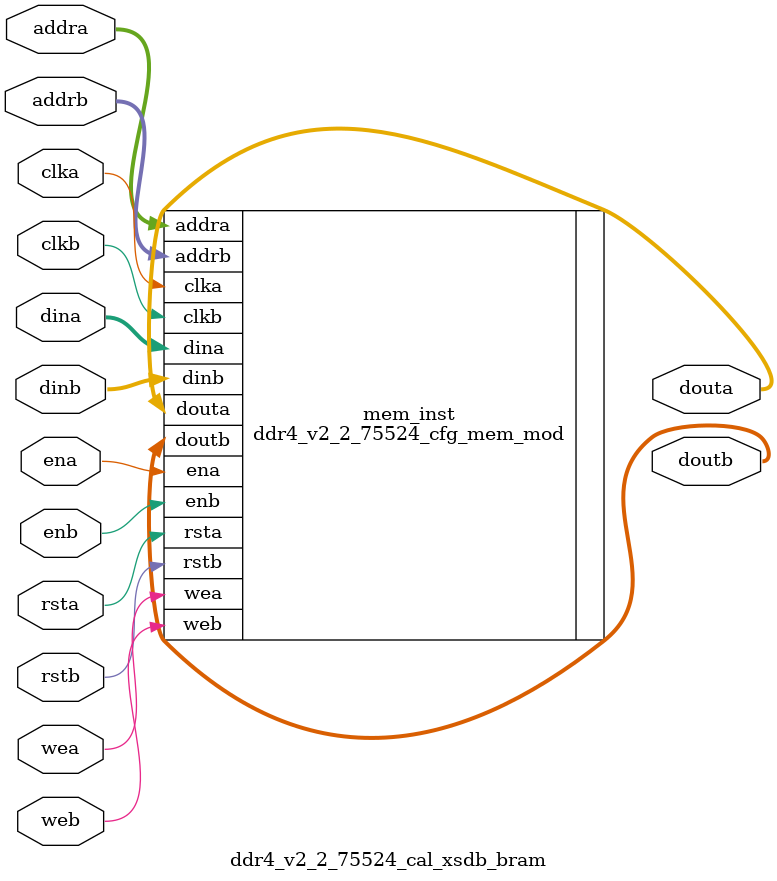
<source format=sv>
/******************************************************************************
// (c) Copyright 2013 - 2014 Xilinx, Inc. All rights reserved.
//
// This file contains confidential and proprietary information
// of Xilinx, Inc. and is protected under U.S. and
// international copyright and other intellectual property
// laws.
//
// DISCLAIMER
// This disclaimer is not a license and does not grant any
// rights to the materials distributed herewith. Except as
// otherwise provided in a valid license issued to you by
// Xilinx, and to the maximum extent permitted by applicable
// law: (1) THESE MATERIALS ARE MADE AVAILABLE "AS IS" AND
// WITH ALL FAULTS, AND XILINX HEREBY DISCLAIMS ALL WARRANTIES
// AND CONDITIONS, EXPRESS, IMPLIED, OR STATUTORY, INCLUDING
// BUT NOT LIMITED TO WARRANTIES OF MERCHANTABILITY, NON-
// INFRINGEMENT, OR FITNESS FOR ANY PARTICULAR PURPOSE; and
// (2) Xilinx shall not be liable (whether in contract or tort,
// including negligence, or under any other theory of
// liability) for any loss or damage of any kind or nature
// related to, arising under or in connection with these
// materials, including for any direct, or any indirect,
// special, incidental, or consequential loss or damage
// (including loss of data, profits, goodwill, or any type of
// loss or damage suffered as a result of any action brought
// by a third party) even if such damage or loss was
// reasonably foreseeable or Xilinx had been advised of the
// possibility of the same.
//
// CRITICAL APPLICATIONS
// Xilinx products are not designed or intended to be fail-
// safe, or for use in any application requiring fail-safe
// performance, such as life-support or safety devices or
// systems, Class III medical devices, nuclear facilities,
// applications related to the deployment of airbags, or any
// other applications that could lead to death, personal
// injury, or severe property or environmental damage
// (individually and collectively, "Critical
// Applications"). Customer assumes the sole risk and
// liability of any use of Xilinx products in Critical
// Applications, subject only to applicable laws and
// regulations governing limitations on product liability.
//
// THIS COPYRIGHT NOTICE AND DISCLAIMER MUST BE RETAINED AS
// PART OF THIS FILE AT ALL TIMES.
******************************************************************************/
//   ____  ____
//  /   /\/   /
// /___/  \  /    Vendor             : Xilinx
// \   \   \/     Version            : 2.0
//  \   \         Application        : MIG
//  /   /         Filename           : ddr4_v2_2_75524_cal_xsdb_bram.sv
// /___/   /\     Date Last Modified : $Date: 2015/04/23 $
// \   \  /  \    Date Created       : Tue May 13 2014
//  \___\/\___\
//
// Device           : UltraScale
// Design Name      : DDR4 SDRAM & DDR3 SDRAM
// Purpose          :
//                   ddr4_v2_2_75524_cal_xsdb_bram module
// Reference        :
// Revision History :
//*****************************************************************************
`timescale 1ns / 1ps

(* bram_map="yes" *)

module ddr4_v2_2_75524_cal_xsdb_bram
    #(	
    
		parameter       	  MEM                        	  =  "DDR4"
		,parameter       	  DBYTES                     	  =  8 //4
		,parameter            START_ADDRESS                   =  18
		,parameter  		  SPREAD_SHEET_VERSION            =  2
		,parameter            RTL_VERSION                     =  0
		,parameter            MEM_CODE                        =  0
		,parameter  		  MEMORY_TYPE                     =  (MEM == "DDR4") ? 2 : 1
		,parameter            MEMORY_CONFIGURATION            =  1
		,parameter            MEMORY_VOLTAGE                  =  1
        ,parameter            CLKFBOUT_MULT_PLL               =  4
        ,parameter            DIVCLK_DIVIDE_PLL               =  1
        ,parameter            CLKOUT0_DIVIDE_PLL              =  1
        ,parameter            CLKFBOUT_MULT_MMCM              =  4
        ,parameter            DIVCLK_DIVIDE_MMCM              =  1
        ,parameter            CLKOUT0_DIVIDE_MMCM             =  4
		,parameter  		  DQBITS	                      =  64
		,parameter			  NIBBLE                          =  DQBITS/4
		,parameter  		  BITS_PER_BYTE                   =  8 //DQBITS/DBYTES
		,parameter  		  SLOTS                   =  1
		,parameter  		  ABITS                           =  10
		,parameter  		  BABITS                          =  2
		,parameter       	  BGBITS              	          =  2
		,parameter       	  CKEBITS                  		  =  4
		,parameter       	  CSBITS             	          =  4
		,parameter       	  ODTBITS                    	  =  4
		,parameter       	  DRAM_WIDTH                 	  =  8      // # of DQ per DQS
		,parameter       	  RANKS                      	  =  4 // 1      //1, 2, 3, or 4
		,parameter            S_HEIGHT                        =  1
		,parameter       	  nCK_PER_CLK                	  =  1      // # of memory CKs per fabric CLK
        ,parameter            tCK                             =  2000		
		,parameter       	  DM_DBI_SETTING             	  =  7     //// 3bits requried all 7
		,parameter            BISC_EN                         =  0
		,parameter       	  USE_CS_PORT             	      =  1     //// 1 bit
		,parameter            EXTRA_CMD_DELAY                 =  0     //// 1 bit
		,parameter            REG_CTRL_ON                     =  0     // RDIMM register control
		,parameter            CA_MIRROR                       =  0     //// 1 bit
		,parameter       	  DQS_GATE                   	  =  7
		,parameter       	  WRLVL                      	  =  7
		,parameter       	  RDLVL                      	  =  7
		,parameter       	  RDLVL_DBI                       =  7
		,parameter       	  WR_DQS_DQ                  	  =  7
		,parameter       	  WR_DQS_DM_DBI                   =  7
		,parameter            WRITE_LAT                       =  7
		,parameter       	  RDLVL_COMPLEX                   =  3     ///2 bits required all 3
		,parameter       	  WR_DQS_COMPLEX                  =  3     ///2 bits required all 3
		,parameter       	  DQS_TRACKING               	  =  3
		,parameter       	  RD_VREF                    	  =  3
		,parameter       	  RD_VREF_PATTERN                 =  3
		,parameter       	  WR_VREF                    	  =  3
		,parameter       	  WR_VREF_PATTERN                 =  3
		,parameter       	  DQS_SAMPLE_CNT             	  =  127
		,parameter       	  WRLVL_SAMPLE_CNT           	  =  255
		,parameter       	  RDLVL_SAMPLE_CNT           	  =  127
		,parameter       	  COMPLEX_LOOP_CNT           	  =  255
		,parameter       	  IODELAY_QTR_CK_TAP_CNT     	  =  255
		,parameter       	  DEBUG_MESSAGES     	          =  0
		,parameter         	  MR0                     		  =  13'b0000000110000
		,parameter         	  MR1                     		  =  13'b0000100000001 //RTT_NOM=RZQ/4 (60 Ohm)
		,parameter         	  MR2                     		  =  13'b0000000011000
		,parameter         	  MR3                     		  =  13'b0000000000000
		,parameter         	  MR4                     		  =  13'b0000000000000
		,parameter         	  MR5                     		  =  13'b0010000000000
		,parameter         	  MR6                     		  =  13'b0100000000000
		,parameter            ODTWR                           = 16'h0000
		,parameter            ODTRD                           = 16'h0000
		,parameter            SLOT0_CONFIG                    = 0     // all 9 bits
		,parameter            SLOT1_CONFIG                    = 0     // all 9 bits
		,parameter            SLOT0_FUNC_CS                   = 0     // all 9 bits
		,parameter            SLOT1_FUNC_CS                   = 0     // all 9 bits
		,parameter            SLOT0_ODD_CS                    = 0     // all 9 bits
		,parameter            SLOT1_ODD_CS                    = 0     // all 9 bits
		,parameter            DDR4_REG_RC03                   = 0     // all 9 bits
		,parameter            DDR4_REG_RC04                   = 0     // all 9 bits
		,parameter            DDR4_REG_RC05                   = 0     // all 9 bits
		,parameter            DDR4_REG_RC3X                   = 0     // all 9 bits
		
		,parameter         	  MR0_0                   		  =  MR0[8:0]
		,parameter         	  MR0_1                   		  =  {5'b0,MR0[12:9]}
		,parameter         	  MR1_0                   		  =  MR1[8:0]
		,parameter         	  MR1_1                   		  =  {5'b0,MR1[12:9]}
		,parameter         	  MR2_0                   	 	  =  MR2[8:0]
		,parameter         	  MR2_1                   		  =  {5'b0,MR2[12:9]}
		,parameter         	  MR3_0                   		  =  MR3[8:0]
		,parameter         	  MR3_1                   		  =  {5'b0,MR3[12:9]}
		,parameter         	  MR4_0                   		  =  MR4[8:0]
		,parameter         	  MR4_1                   		  =  {5'b0,MR4[12:9]}
		,parameter         	  MR5_0                   		  =  MR5[8:0]
		,parameter         	  MR5_1                   		  =  {5'b0,MR5[12:9]}
		,parameter         	  MR6_0                   		  =  MR6[8:0]
		,parameter         	  MR6_1                   		  =  {5'b0,MR6[12:9]}
  
       ,parameter NUM_BRAMS    = 1
	   ,parameter SIZE         = 36 * 1024 * NUM_BRAMS
    // Specify INITs as 9 bit blocks (256 locations per blockRAM)
       ,parameter ADDR_WIDTH   = 16
	   ,parameter DATA_WIDTH   = 9
       ,parameter PIPELINE_REG = 1 
    )
  (
	
		clka,
		clkb,
		ena,
		enb,
		addra,
		addrb,
		dina,
		dinb,
		douta,
		doutb,
		wea,
		web,
		rsta,
		rstb
);
input clka;
input clkb;
input ena;
input enb;
input [ADDR_WIDTH-1:0]addra;
input [ADDR_WIDTH-1:0]addrb;
input [DATA_WIDTH-1:0]dina;
input [DATA_WIDTH-1:0]dinb;
input wea;
input web;
input rsta;
input rstb;
output reg [DATA_WIDTH-1:0]douta;
output reg [DATA_WIDTH-1:0]doutb;


// Initial values to the BlockRam 0
localparam [8:0] mem0_init_0 = {4'b0,START_ADDRESS[4:0]};
localparam [8:0] mem0_init_1 = 9'b0;
localparam [8:0] mem0_init_2 = 9'b0;
localparam [8:0] mem0_init_3 = {5'b0,SPREAD_SHEET_VERSION[3:0]};
localparam [8:0] mem0_init_4 = {6'b0,MEMORY_TYPE[2:0]};
localparam [8:0] mem0_init_5 = RANKS;
localparam [8:0] mem0_init_6 = DBYTES[8:0]; // MAN - repeats DBYTES parameter (may hardwire to BYTES for initial SW compatability)
localparam [8:0] mem0_init_7 = NIBBLE[8:0];
localparam [8:0] mem0_init_8 = BITS_PER_BYTE[8:0];
localparam [8:0] mem0_init_9 = 9'b1;
localparam [8:0] mem0_init_10 = 9'b1;
localparam [8:0] mem0_init_11 = 9'b1;
localparam [8:0] mem0_init_12 = SLOTS;
localparam [8:0] mem0_init_13 = 9'b0;
localparam [8:0] mem0_init_14 = 9'b0;
localparam [8:0] mem0_init_15 = 9'b0;
localparam [8:0] mem0_init_16 = 9'b0;
localparam [8:0] mem0_init_17 = 9'b0;
localparam [8:0] mem0_init_18 = RTL_VERSION[8:0];
localparam [8:0] mem0_init_19 = 9'b0;
localparam [8:0] mem0_init_20 = NUM_BRAMS[8:0];
localparam [8:0] mem0_init_21 = {BGBITS[1:0],BABITS[1:0],ABITS[4:0]};
localparam [8:0] mem0_init_22 = {ODTBITS[2:0],CSBITS[2:0],CKEBITS[2:0]};
localparam [8:0] mem0_init_23 = DBYTES[8:0];
localparam [8:0] mem0_init_24 = DRAM_WIDTH[8:0];
localparam [8:0] mem0_init_25 = {CA_MIRROR[0],REG_CTRL_ON[0],EXTRA_CMD_DELAY[0],USE_CS_PORT[0],BISC_EN[0],DM_DBI_SETTING[2:0],nCK_PER_CLK[0]};
localparam [8:0] mem0_init_26 = {RDLVL[2:0],WRLVL[2:0],DQS_GATE[2:0]};
localparam [8:0] mem0_init_27 = {WR_DQS_DM_DBI[2:0],WR_DQS_DQ[2:0],RDLVL_DBI[2:0]};
localparam [8:0] mem0_init_28 = {WR_DQS_COMPLEX[2:0],RDLVL_COMPLEX[2:0],WRITE_LAT[2:0]};
localparam [8:0] mem0_init_29 = {DEBUG_MESSAGES[0],RD_VREF_PATTERN[1:0],WR_VREF_PATTERN[1:0],RD_VREF[1:0],WR_VREF[1:0]};
localparam [8:0] mem0_init_30 = {7'b0,DQS_TRACKING[1:0]};
localparam [8:0] mem0_init_31 = DQS_SAMPLE_CNT[8:0];
localparam [8:0] mem0_init_32 = WRLVL_SAMPLE_CNT[8:0];
localparam [8:0] mem0_init_33 = RDLVL_SAMPLE_CNT[8:0];
localparam [8:0] mem0_init_34 = COMPLEX_LOOP_CNT[8:0];
localparam [8:0] mem0_init_35 = IODELAY_QTR_CK_TAP_CNT[8:0];
localparam [8:0] mem0_init_36 = {5'b0,S_HEIGHT[3:0]};
localparam [8:0] mem0_init_37 = 9'b0;
localparam [8:0] mem0_init_38 = 9'b0;
localparam [8:0] mem0_init_39 = 9'b0;
localparam [8:0] mem0_init_40 = {1'b0, ODTWR[7:0]};
localparam [8:0] mem0_init_41 = {1'b0, ODTWR[15:8]};
localparam [8:0] mem0_init_42 = {1'b0, ODTRD[7:0]};
localparam [8:0] mem0_init_43 = {1'b0, ODTRD[15:8]};
localparam [8:0] mem0_init_44 = SLOT0_CONFIG;
localparam [8:0] mem0_init_45 = SLOT1_CONFIG;
localparam [8:0] mem0_init_46 = SLOT0_FUNC_CS;
localparam [8:0] mem0_init_47 = SLOT1_FUNC_CS;
localparam [8:0] mem0_init_48 = SLOT0_ODD_CS;
localparam [8:0] mem0_init_49 = SLOT1_ODD_CS;
localparam [8:0] mem0_init_50 = DDR4_REG_RC03;
localparam [8:0] mem0_init_51 = DDR4_REG_RC04;
localparam [8:0] mem0_init_52 = DDR4_REG_RC05;
localparam [8:0] mem0_init_53 = DDR4_REG_RC3X;
localparam [8:0] mem0_init_54 = MR0_0[8:0];
localparam [8:0] mem0_init_55 = MR0_1[8:0];
localparam [8:0] mem0_init_56 = MR1_0[8:0];
localparam [8:0] mem0_init_57 = MR1_1[8:0];
localparam [8:0] mem0_init_58 = MR2_0[8:0];
localparam [8:0] mem0_init_59 = MR2_1[8:0];
localparam [8:0] mem0_init_60 = MR3_0[8:0];
localparam [8:0] mem0_init_61 = MR3_1[8:0];
localparam [8:0] mem0_init_62 = MR4_0[8:0];
localparam [8:0] mem0_init_63 = MR4_1[8:0];
localparam [8:0] mem0_init_64 = MR5_0[8:0];
localparam [8:0] mem0_init_65 = MR5_1[8:0];
localparam [8:0] mem0_init_66 = MR6_0[8:0];
localparam [8:0] mem0_init_67 = MR6_1[8:0];
localparam [8:0] mem0_init_68 = 9'b0;
localparam [8:0] mem0_init_69 = tCK[8:0];
localparam [8:0] mem0_init_70 = tCK[16:9];
localparam [8:0] mem0_init_71 = MEMORY_CONFIGURATION[8:0];
localparam [8:0] mem0_init_72 = MEMORY_VOLTAGE[8:0];
localparam [8:0] mem0_init_73 = CLKFBOUT_MULT_PLL[8:0];
localparam [8:0] mem0_init_74 = DIVCLK_DIVIDE_PLL[8:0];
localparam [8:0] mem0_init_75 = CLKFBOUT_MULT_MMCM[8:0];
localparam [8:0] mem0_init_76 = DIVCLK_DIVIDE_MMCM[8:0];
localparam [8:0] mem0_init_77 = 9'b0;
localparam [8:0] mem0_init_78 = 9'b0;
localparam [8:0] mem0_init_79 = 9'b0;
localparam [8:0] mem0_init_80 = 9'b0;
localparam [8:0] mem0_init_81 = 9'b0;
localparam [8:0] mem0_init_82 = 9'b0;
localparam [8:0] mem0_init_83 = 9'b0;
localparam [8:0] mem0_init_84 = 9'b0;
localparam [8:0] mem0_init_85 = 9'b0;
localparam [8:0] mem0_init_86 = 9'b0;
localparam [8:0] mem0_init_87 = 9'b0;
localparam [8:0] mem0_init_88 = 9'b0;
localparam [8:0] mem0_init_89 = 9'b0;
localparam [8:0] mem0_init_90 = 9'b0;
localparam [8:0] mem0_init_91 = 9'b0;
localparam [8:0] mem0_init_92 = 9'b0;
localparam [8:0] mem0_init_93 = 9'b0;
localparam [8:0] mem0_init_94 = 9'b0;
localparam [8:0] mem0_init_95 = 9'b0;
localparam [8:0] mem0_init_96 = 9'b0;
localparam [8:0] mem0_init_97 = 9'b0;
localparam [8:0] mem0_init_98 = 9'b0;
localparam [8:0] mem0_init_99 = 9'b0;
localparam [8:0] mem0_init_100 = 9'b0;
localparam [8:0] mem0_init_101 = 9'b0;
localparam [8:0] mem0_init_102 = 9'b0;
localparam [8:0] mem0_init_103 = 9'b0;
localparam [8:0] mem0_init_104 = 9'b0;
localparam [8:0] mem0_init_105 = 9'b0;
localparam [8:0] mem0_init_106 = 9'b0;
localparam [8:0] mem0_init_107 = 9'b0;
localparam [8:0] mem0_init_108 = 9'b0;
localparam [8:0] mem0_init_109 = 9'b0;
localparam [8:0] mem0_init_110 = 9'b0;
localparam [8:0] mem0_init_111 = 9'b0;
localparam [8:0] mem0_init_112 = 9'b0;
localparam [8:0] mem0_init_113 = 9'b0;
localparam [8:0] mem0_init_114 = 9'b0;
localparam [8:0] mem0_init_115 = 9'b0;
localparam [8:0] mem0_init_116 = 9'b0;
localparam [8:0] mem0_init_117 = 9'b0;
localparam [8:0] mem0_init_118 = 9'b0;
localparam [8:0] mem0_init_119 = 9'b0;
localparam [8:0] mem0_init_120 = 9'b0;
localparam [8:0] mem0_init_121 = 9'b0;
localparam [8:0] mem0_init_122 = 9'b0;
localparam [8:0] mem0_init_123 = 9'b0;
localparam [8:0] mem0_init_124 = 9'b0;
localparam [8:0] mem0_init_125 = 9'b0;
localparam [8:0] mem0_init_126 = 9'b0;
localparam [8:0] mem0_init_127 = 9'b0;
localparam [8:0] mem0_init_128 = 9'b0;
localparam [8:0] mem0_init_129 = 9'b0;
localparam [8:0] mem0_init_130 = 9'b0;
localparam [8:0] mem0_init_131 = 9'b0;
localparam [8:0] mem0_init_132 = 9'b0;
localparam [8:0] mem0_init_133 = 9'b0;
localparam [8:0] mem0_init_134 = 9'b0;
localparam [8:0] mem0_init_135 = 9'b0;
localparam [8:0] mem0_init_136 = 9'b0;
localparam [8:0] mem0_init_137 = 9'b0;
localparam [8:0] mem0_init_138 = 9'b0;
localparam [8:0] mem0_init_139 = 9'b0;
localparam [8:0] mem0_init_140 = 9'b0;
localparam [8:0] mem0_init_141 = 9'b0;
localparam [8:0] mem0_init_142 = 9'b0;
localparam [8:0] mem0_init_143 = 9'b0;
localparam [8:0] mem0_init_144 = 9'b0;
localparam [8:0] mem0_init_145 = 9'b0;
localparam [8:0] mem0_init_146 = 9'b0;
localparam [8:0] mem0_init_147 = 9'b0;
localparam [8:0] mem0_init_148 = 9'b0;
localparam [8:0] mem0_init_149 = 9'b0;
localparam [8:0] mem0_init_150 = 9'b0;
localparam [8:0] mem0_init_151 = 9'b0;
localparam [8:0] mem0_init_152 = 9'b0;
localparam [8:0] mem0_init_153 = 9'b0;
localparam [8:0] mem0_init_154 = 9'b0;
localparam [8:0] mem0_init_155 = 9'b0;
localparam [8:0] mem0_init_156 = 9'b0;
localparam [8:0] mem0_init_157 = 9'b0;
localparam [8:0] mem0_init_158 = 9'b0;
localparam [8:0] mem0_init_159 = 9'b0;
localparam [8:0] mem0_init_160 = 9'b0;
localparam [8:0] mem0_init_161 = 9'b0;
localparam [8:0] mem0_init_162 = 9'b0;
localparam [8:0] mem0_init_163 = 9'b0;
localparam [8:0] mem0_init_164 = 9'b0;
localparam [8:0] mem0_init_165 = 9'b0;
localparam [8:0] mem0_init_166 = 9'b0;
localparam [8:0] mem0_init_167 = 9'b0;
localparam [8:0] mem0_init_168 = 9'b0;
localparam [8:0] mem0_init_169 = 9'b0;
localparam [8:0] mem0_init_170 = 9'b0;
localparam [8:0] mem0_init_171 = 9'b0;
localparam [8:0] mem0_init_172 = 9'b0;
localparam [8:0] mem0_init_173 = 9'b0;
localparam [8:0] mem0_init_174 = 9'b0;
localparam [8:0] mem0_init_175 = 9'b0;
localparam [8:0] mem0_init_176 = 9'b0;
localparam [8:0] mem0_init_177 = 9'b0;
localparam [8:0] mem0_init_178 = 9'b0;
localparam [8:0] mem0_init_179 = 9'b0;
localparam [8:0] mem0_init_180 = 9'b0;
localparam [8:0] mem0_init_181 = 9'b0;
localparam [8:0] mem0_init_182 = 9'b0;
localparam [8:0] mem0_init_183 = 9'b0;
localparam [8:0] mem0_init_184 = 9'b0;
localparam [8:0] mem0_init_185 = 9'b0;
localparam [8:0] mem0_init_186 = 9'b0;
localparam [8:0] mem0_init_187 = 9'b0;
localparam [8:0] mem0_init_188 = 9'b0;
localparam [8:0] mem0_init_189 = 9'b0;
localparam [8:0] mem0_init_190 = 9'b0;
localparam [8:0] mem0_init_191 = 9'b0;
localparam [8:0] mem0_init_192 = 9'b0;
localparam [8:0] mem0_init_193 = 9'b0;
localparam [8:0] mem0_init_194 = 9'b0;
localparam [8:0] mem0_init_195 = 9'b0;
localparam [8:0] mem0_init_196 = 9'b0;
localparam [8:0] mem0_init_197 = 9'b0;
localparam [8:0] mem0_init_198 = 9'b0;
localparam [8:0] mem0_init_199 = 9'b0;
localparam [8:0] mem0_init_200 = 9'b0;
localparam [8:0] mem0_init_201 = 9'b0;
localparam [8:0] mem0_init_202 = 9'b0;
localparam [8:0] mem0_init_203 = 9'b0;
localparam [8:0] mem0_init_204 = 9'b0;
localparam [8:0] mem0_init_205 = 9'b0;
localparam [8:0] mem0_init_206 = 9'b0;
localparam [8:0] mem0_init_207 = 9'b0;
localparam [8:0] mem0_init_208 = 9'b0;
localparam [8:0] mem0_init_209 = 9'b0;
localparam [8:0] mem0_init_210 = 9'b0;
localparam [8:0] mem0_init_211 = 9'b0;
localparam [8:0] mem0_init_212 = 9'b0;
localparam [8:0] mem0_init_213 = 9'b0;
localparam [8:0] mem0_init_214 = 9'b0;
localparam [8:0] mem0_init_215 = 9'b0;
localparam [8:0] mem0_init_216 = 9'b0;
localparam [8:0] mem0_init_217 = 9'b0;
localparam [8:0] mem0_init_218 = 9'b0;
localparam [8:0] mem0_init_219 = 9'b0;
localparam [8:0] mem0_init_220 = 9'b0;
localparam [8:0] mem0_init_221 = 9'b0;
localparam [8:0] mem0_init_222 = 9'b0;
localparam [8:0] mem0_init_223 = 9'b0;
localparam [8:0] mem0_init_224 = 9'b0;
localparam [8:0] mem0_init_225 = 9'b0;
localparam [8:0] mem0_init_226 = 9'b0;
localparam [8:0] mem0_init_227 = 9'b0;
localparam [8:0] mem0_init_228 = 9'b0;
localparam [8:0] mem0_init_229 = 9'b0;
localparam [8:0] mem0_init_230 = 9'b0;
localparam [8:0] mem0_init_231 = 9'b0;
localparam [8:0] mem0_init_232 = 9'b0;
localparam [8:0] mem0_init_233 = 9'b0;
localparam [8:0] mem0_init_234 = 9'b0;
localparam [8:0] mem0_init_235 = 9'b0;
localparam [8:0] mem0_init_236 = 9'b0;
localparam [8:0] mem0_init_237 = 9'b0;
localparam [8:0] mem0_init_238 = 9'b0;
localparam [8:0] mem0_init_239 = 9'b0;
localparam [8:0] mem0_init_240 = 9'b0;
localparam [8:0] mem0_init_241 = 9'b0;
localparam [8:0] mem0_init_242 = 9'b0;
localparam [8:0] mem0_init_243 = 9'b0;
localparam [8:0] mem0_init_244 = 9'b0;
localparam [8:0] mem0_init_245 = 9'b0;
localparam [8:0] mem0_init_246 = 9'b0;
localparam [8:0] mem0_init_247 = 9'b0;
localparam [8:0] mem0_init_248 = 9'b0;
localparam [8:0] mem0_init_249 = 9'b0;
localparam [8:0] mem0_init_250 = 9'b0;
localparam [8:0] mem0_init_251 = 9'b0;
localparam [8:0] mem0_init_252 = 9'b0;
localparam [8:0] mem0_init_253 = 9'b0;
localparam [8:0] mem0_init_254 = 9'b0;
localparam [8:0] mem0_init_255 = 9'b0;

localparam [256*9-1:0] INIT_BRAM0 = {mem0_init_255,mem0_init_254,mem0_init_253,mem0_init_252,mem0_init_251,mem0_init_250,mem0_init_249,mem0_init_248,mem0_init_247,mem0_init_246,mem0_init_245,mem0_init_244,mem0_init_243,mem0_init_242,mem0_init_241,mem0_init_240,mem0_init_239,mem0_init_238,mem0_init_237,mem0_init_236,mem0_init_235,mem0_init_234,mem0_init_233,mem0_init_232,mem0_init_231,mem0_init_230,mem0_init_229,mem0_init_228,mem0_init_227,mem0_init_226,mem0_init_225,mem0_init_224,mem0_init_223,mem0_init_222,mem0_init_221,mem0_init_220,mem0_init_219,mem0_init_218,mem0_init_217,mem0_init_216,mem0_init_215,mem0_init_214,mem0_init_213,mem0_init_212,mem0_init_211,mem0_init_210,mem0_init_209,mem0_init_208,mem0_init_207,mem0_init_206,mem0_init_205,mem0_init_204,mem0_init_203,mem0_init_202,mem0_init_201,mem0_init_200,mem0_init_199,mem0_init_198,mem0_init_197,mem0_init_196,mem0_init_195,mem0_init_194,mem0_init_193,mem0_init_192,mem0_init_191,mem0_init_190,mem0_init_189,mem0_init_188,mem0_init_187,mem0_init_186,mem0_init_185,mem0_init_184,mem0_init_183,mem0_init_182,mem0_init_181,mem0_init_180,mem0_init_179,mem0_init_178,mem0_init_177,mem0_init_176,mem0_init_175,mem0_init_174,mem0_init_173,mem0_init_172,mem0_init_171,mem0_init_170,mem0_init_169,mem0_init_168,mem0_init_167,mem0_init_166,mem0_init_165,mem0_init_164,mem0_init_163,mem0_init_162,mem0_init_161,mem0_init_160,mem0_init_159,mem0_init_158,mem0_init_157,mem0_init_156,mem0_init_155,mem0_init_154,mem0_init_153,mem0_init_152,mem0_init_151,mem0_init_150,mem0_init_149,mem0_init_148,mem0_init_147,mem0_init_146,mem0_init_145,mem0_init_144,mem0_init_143,mem0_init_142,mem0_init_141,mem0_init_140,mem0_init_139,mem0_init_138,mem0_init_137,mem0_init_136,mem0_init_135,mem0_init_134,mem0_init_133,mem0_init_132,mem0_init_131,mem0_init_130,mem0_init_129,mem0_init_128,mem0_init_127,mem0_init_126,mem0_init_125,mem0_init_124,mem0_init_123,mem0_init_122,mem0_init_121,mem0_init_120,mem0_init_119,mem0_init_118,mem0_init_117,mem0_init_116,mem0_init_115,mem0_init_114,mem0_init_113,mem0_init_112,mem0_init_111,mem0_init_110,mem0_init_109,mem0_init_108,mem0_init_107,mem0_init_106,mem0_init_105,mem0_init_104,mem0_init_103,mem0_init_102,mem0_init_101,mem0_init_100,mem0_init_99,mem0_init_98,mem0_init_97,mem0_init_96,mem0_init_95,mem0_init_94,mem0_init_93,mem0_init_92,mem0_init_91,mem0_init_90,mem0_init_89,mem0_init_88,mem0_init_87,mem0_init_86,mem0_init_85,mem0_init_84,mem0_init_83,mem0_init_82,mem0_init_81,mem0_init_80,mem0_init_79,mem0_init_78,mem0_init_77,mem0_init_76,mem0_init_75,mem0_init_74,mem0_init_73,mem0_init_72,mem0_init_71,mem0_init_70,mem0_init_69,mem0_init_68,mem0_init_67,mem0_init_66,mem0_init_65,mem0_init_64,mem0_init_63,mem0_init_62,mem0_init_61,mem0_init_60,mem0_init_59,mem0_init_58,mem0_init_57,mem0_init_56,mem0_init_55,mem0_init_54,mem0_init_53,mem0_init_52,mem0_init_51,mem0_init_50,mem0_init_49,mem0_init_48,mem0_init_47,mem0_init_46,mem0_init_45,mem0_init_44,mem0_init_43,mem0_init_42,mem0_init_41,mem0_init_40,mem0_init_39,mem0_init_38,mem0_init_37,mem0_init_36,mem0_init_35,mem0_init_34,mem0_init_33,mem0_init_32,mem0_init_31,mem0_init_30,mem0_init_29,mem0_init_28,mem0_init_27,mem0_init_26,mem0_init_25,mem0_init_24,mem0_init_23,mem0_init_22,mem0_init_21,mem0_init_20,mem0_init_19,mem0_init_18,mem0_init_17,mem0_init_16,mem0_init_15,mem0_init_14,mem0_init_13,mem0_init_12,mem0_init_11,mem0_init_10,mem0_init_9,mem0_init_8,mem0_init_7,mem0_init_6,mem0_init_5,mem0_init_4,mem0_init_3,mem0_init_2,mem0_init_1,mem0_init_0};

// Populate INIT's for rest of BlockRAMs if required
localparam [256*9*NUM_BRAMS-1:0] INIT = ( NUM_BRAMS == 1 ) ? INIT_BRAM0 : ( NUM_BRAMS == 2 ) ? {2304'b0 ,INIT_BRAM0} : {{2{2304'b0}} ,INIT_BRAM0};

ddr4_v2_2_75524_cfg_mem_mod # (
               .SIZE(SIZE),
               .INIT(INIT),
               .ADDR_WIDTH(ADDR_WIDTH),
               .DATA_WIDTH(9),
               .PIPELINE_REG(PIPELINE_REG)
              )
     mem_inst (
                .clka(clka),
                .clkb(clkb),
                .ena(ena),
                .enb(enb),
                .addra(addra),
                .addrb(addrb),
                .dina(dina),
                .dinb(dinb),
                .wea(wea),
                .web(web),
                .rsta(rsta),
                .rstb(rstb),
                .douta(douta),
                .doutb(doutb)
               );

endmodule


</source>
